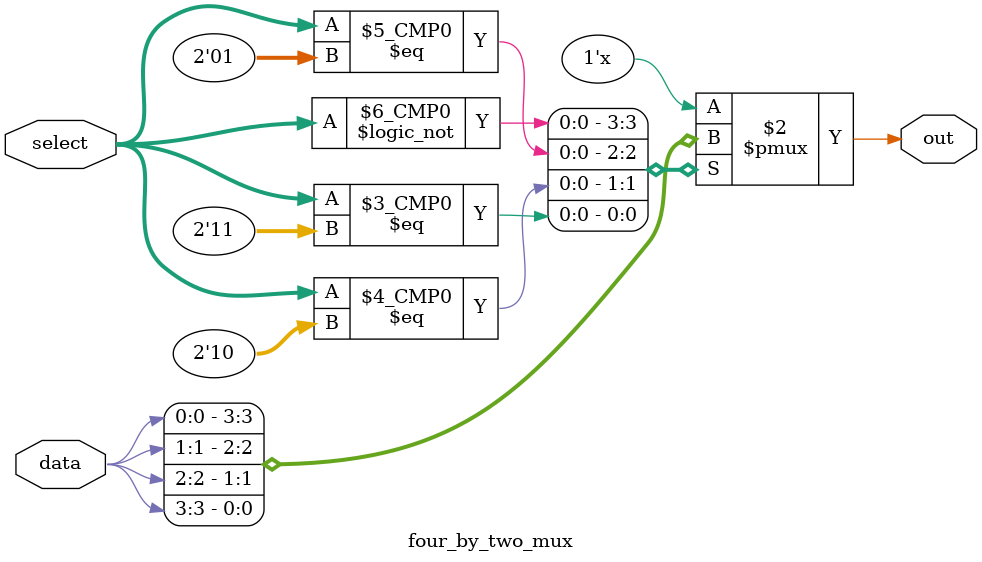
<source format=v>
`timescale 1ns / 1ps
module four_by_two_mux(
    input [3:0] data,
    input [1:0] select,
    output reg out
    );
	 
	 always @(data or select)
	 begin
      case (select)
         2'b00 : out <= data[0];
         2'b01 : out <= data[1];
         2'b10 : out <= data[2];
         2'b11 : out <= data[3];
      endcase
	 end


endmodule

</source>
